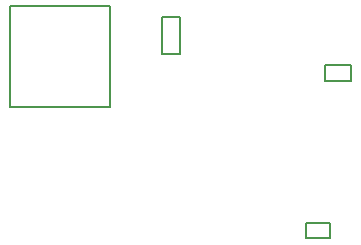
<source format=gbr>
%TF.GenerationSoftware,Altium Limited,Altium Designer,23.6.0 (18)*%
G04 Layer_Color=32768*
%FSLAX45Y45*%
%MOMM*%
%TF.SameCoordinates,CA757A27-890D-4031-9470-5F8B39CF6935*%
%TF.FilePolarity,Positive*%
%TF.FileFunction,Other,Bottom_3D_Body*%
%TF.Part,Single*%
G01*
G75*
%TA.AperFunction,NonConductor*%
%ADD53C,0.20000*%
D53*
X10604302Y4882998D02*
Y5023002D01*
X10384302Y4882998D02*
X10604302D01*
X10384302D02*
Y5023002D01*
X10604302D01*
X10225100Y3557001D02*
X10425100D01*
Y3681999D01*
X10225100D02*
X10425100D01*
X10225100Y3557001D02*
Y3681999D01*
X7715702Y4667702D02*
X8565698D01*
X7715702D02*
Y5517698D01*
X8565698D01*
Y4667702D02*
Y5517698D01*
X9000500Y5430500D02*
X9160500D01*
Y5110500D02*
Y5430500D01*
X9000500Y5110500D02*
X9160500D01*
X9000500D02*
Y5430500D01*
%TF.MD5,cd825da0c1f27548e4f5f5f2d0e398e4*%
M02*

</source>
